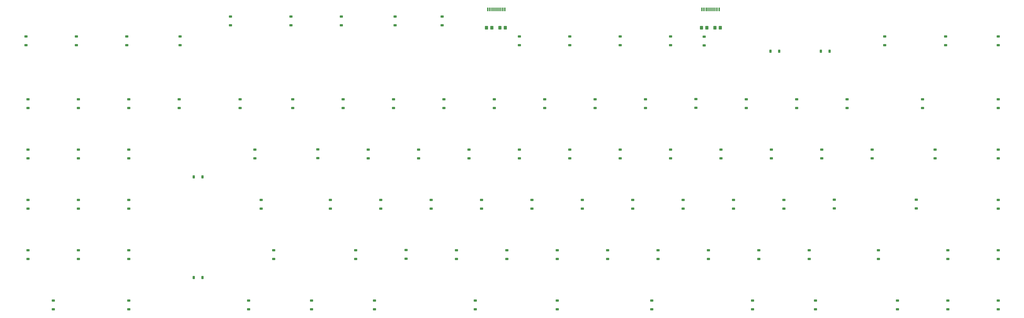
<source format=gbr>
%TF.GenerationSoftware,KiCad,Pcbnew,7.0.1*%
%TF.CreationDate,2023-05-04T08:54:13-07:00*%
%TF.ProjectId,split-kb,73706c69-742d-46b6-922e-6b696361645f,rev?*%
%TF.SameCoordinates,Original*%
%TF.FileFunction,Paste,Bot*%
%TF.FilePolarity,Positive*%
%FSLAX46Y46*%
G04 Gerber Fmt 4.6, Leading zero omitted, Abs format (unit mm)*
G04 Created by KiCad (PCBNEW 7.0.1) date 2023-05-04 08:54:13*
%MOMM*%
%LPD*%
G01*
G04 APERTURE LIST*
G04 Aperture macros list*
%AMRoundRect*
0 Rectangle with rounded corners*
0 $1 Rounding radius*
0 $2 $3 $4 $5 $6 $7 $8 $9 X,Y pos of 4 corners*
0 Add a 4 corners polygon primitive as box body*
4,1,4,$2,$3,$4,$5,$6,$7,$8,$9,$2,$3,0*
0 Add four circle primitives for the rounded corners*
1,1,$1+$1,$2,$3*
1,1,$1+$1,$4,$5*
1,1,$1+$1,$6,$7*
1,1,$1+$1,$8,$9*
0 Add four rect primitives between the rounded corners*
20,1,$1+$1,$2,$3,$4,$5,0*
20,1,$1+$1,$4,$5,$6,$7,0*
20,1,$1+$1,$6,$7,$8,$9,0*
20,1,$1+$1,$8,$9,$2,$3,0*%
G04 Aperture macros list end*
%ADD10RoundRect,0.225000X0.375000X-0.225000X0.375000X0.225000X-0.375000X0.225000X-0.375000X-0.225000X0*%
%ADD11RoundRect,0.225000X0.225000X0.375000X-0.225000X0.375000X-0.225000X-0.375000X0.225000X-0.375000X0*%
%ADD12R,0.600000X1.450000*%
%ADD13R,0.300000X1.450000*%
%ADD14RoundRect,0.225000X-0.225000X-0.375000X0.225000X-0.375000X0.225000X0.375000X-0.225000X0.375000X0*%
%ADD15RoundRect,0.250000X-0.350000X-0.450000X0.350000X-0.450000X0.350000X0.450000X-0.350000X0.450000X0*%
%ADD16RoundRect,0.250000X0.350000X0.450000X-0.350000X0.450000X-0.350000X-0.450000X0.350000X-0.450000X0*%
G04 APERTURE END LIST*
D10*
%TO.C,D41*%
X237331250Y-294481250D03*
X237331250Y-291181250D03*
%TD*%
%TO.C,D53*%
X275431250Y-294543750D03*
X275431250Y-291243750D03*
%TD*%
%TO.C,D83*%
X361156250Y-275493750D03*
X361156250Y-272193750D03*
%TD*%
D11*
%TO.C,D23*%
X160400000Y-263525000D03*
X157100000Y-263525000D03*
%TD*%
D10*
%TO.C,D108*%
X461168750Y-256443750D03*
X461168750Y-253143750D03*
%TD*%
%TO.C,D51*%
X261143750Y-256443750D03*
X261143750Y-253143750D03*
%TD*%
%TO.C,D52*%
X265906250Y-275493750D03*
X265906250Y-272193750D03*
%TD*%
%TO.C,D39*%
X223043750Y-256443750D03*
X223043750Y-253143750D03*
%TD*%
%TO.C,D13*%
X113506250Y-275493750D03*
X113506250Y-272193750D03*
%TD*%
%TO.C,D40*%
X227806250Y-275493750D03*
X227806250Y-272193750D03*
%TD*%
%TO.C,D48*%
X263525000Y-313593750D03*
X263525000Y-310293750D03*
%TD*%
%TO.C,D69*%
X327818750Y-237393750D03*
X327818750Y-234093750D03*
%TD*%
%TO.C,D30*%
X177800000Y-313593750D03*
X177800000Y-310293750D03*
%TD*%
%TO.C,D8*%
X94456250Y-294543750D03*
X94456250Y-291243750D03*
%TD*%
%TO.C,D88*%
X375443750Y-256443750D03*
X375443750Y-253143750D03*
%TD*%
%TO.C,D84*%
X370681250Y-294543750D03*
X370681250Y-291243750D03*
%TD*%
%TO.C,D107*%
X461168750Y-294543750D03*
X461168750Y-291243750D03*
%TD*%
%TO.C,D63*%
X308768750Y-237393750D03*
X308768750Y-234093750D03*
%TD*%
D12*
%TO.C,P2*%
X349175000Y-200101250D03*
X349975000Y-200101250D03*
D13*
X351175000Y-200101250D03*
X352175000Y-200101250D03*
X352675000Y-200101250D03*
X353675000Y-200101250D03*
D12*
X354875000Y-200101250D03*
X355675000Y-200101250D03*
X355675000Y-200101250D03*
X354875000Y-200101250D03*
D13*
X354175000Y-200101250D03*
X353175000Y-200101250D03*
X351675000Y-200101250D03*
X350675000Y-200101250D03*
D12*
X349975000Y-200101250D03*
X349175000Y-200101250D03*
%TD*%
D10*
%TO.C,D92*%
X418306250Y-213581250D03*
X418306250Y-210281250D03*
%TD*%
%TO.C,D59*%
X294481250Y-294543750D03*
X294481250Y-291243750D03*
%TD*%
%TO.C,D31*%
X193833750Y-206120000D03*
X193833750Y-202820000D03*
%TD*%
D12*
%TO.C,P1*%
X268212500Y-200101250D03*
X269012500Y-200101250D03*
D13*
X270212500Y-200101250D03*
X271212500Y-200101250D03*
X271712500Y-200101250D03*
X272712500Y-200101250D03*
D12*
X273912500Y-200101250D03*
X274712500Y-200101250D03*
X274712500Y-200101250D03*
X273912500Y-200101250D03*
D13*
X273212500Y-200101250D03*
X272212500Y-200101250D03*
X270712500Y-200101250D03*
X269712500Y-200101250D03*
D12*
X269012500Y-200101250D03*
X268212500Y-200101250D03*
%TD*%
D10*
%TO.C,D29*%
X187325000Y-294543750D03*
X187325000Y-291243750D03*
%TD*%
%TO.C,D93*%
X404018750Y-237393750D03*
X404018750Y-234093750D03*
%TD*%
%TO.C,D15*%
X131762500Y-213581250D03*
X131762500Y-210281250D03*
%TD*%
%TO.C,D18*%
X132556250Y-275493750D03*
X132556250Y-272193750D03*
%TD*%
%TO.C,D70*%
X318293750Y-256443750D03*
X318293750Y-253143750D03*
%TD*%
%TO.C,D56*%
X270668750Y-237393750D03*
X270668750Y-234093750D03*
%TD*%
%TO.C,D79*%
X392112500Y-313593750D03*
X392112500Y-310293750D03*
%TD*%
%TO.C,D25*%
X170973750Y-206120000D03*
X170973750Y-202820000D03*
%TD*%
%TO.C,D75*%
X346868750Y-237331250D03*
X346868750Y-234031250D03*
%TD*%
%TO.C,D71*%
X323056250Y-275493750D03*
X323056250Y-272193750D03*
%TD*%
%TO.C,D78*%
X351631250Y-294543750D03*
X351631250Y-291243750D03*
%TD*%
%TO.C,D65*%
X304006250Y-275493750D03*
X304006250Y-272193750D03*
%TD*%
%TO.C,D47*%
X256381250Y-294543750D03*
X256381250Y-291243750D03*
%TD*%
%TO.C,D22*%
X151606250Y-237393750D03*
X151606250Y-234093750D03*
%TD*%
%TO.C,D21*%
X151923750Y-213581250D03*
X151923750Y-210281250D03*
%TD*%
%TO.C,D34*%
X208756250Y-275493750D03*
X208756250Y-272193750D03*
%TD*%
%TO.C,D10*%
X112712500Y-213581250D03*
X112712500Y-210281250D03*
%TD*%
%TO.C,D104*%
X461168750Y-237393750D03*
X461168750Y-234093750D03*
%TD*%
%TO.C,D11*%
X113506250Y-237393750D03*
X113506250Y-234093750D03*
%TD*%
%TO.C,D19*%
X132556250Y-294543750D03*
X132556250Y-291243750D03*
%TD*%
%TO.C,D99*%
X432593750Y-237393750D03*
X432593750Y-234093750D03*
%TD*%
%TO.C,D68*%
X337343750Y-213581250D03*
X337343750Y-210281250D03*
%TD*%
%TO.C,D38*%
X213518750Y-237393750D03*
X213518750Y-234093750D03*
%TD*%
%TO.C,D7*%
X94456250Y-275493750D03*
X94456250Y-272193750D03*
%TD*%
%TO.C,D90*%
X389731250Y-294543750D03*
X389731250Y-291243750D03*
%TD*%
D14*
%TO.C,D86*%
X394113750Y-215900000D03*
X397413750Y-215900000D03*
%TD*%
D10*
%TO.C,D32*%
X194468750Y-237393750D03*
X194468750Y-234093750D03*
%TD*%
%TO.C,D6*%
X94456250Y-256443750D03*
X94456250Y-253143750D03*
%TD*%
%TO.C,D54*%
X294481250Y-313593750D03*
X294481250Y-310293750D03*
%TD*%
%TO.C,D35*%
X218281250Y-294543750D03*
X218281250Y-291243750D03*
%TD*%
%TO.C,D103*%
X461168750Y-213581250D03*
X461168750Y-210281250D03*
%TD*%
%TO.C,D46*%
X246856250Y-275493750D03*
X246856250Y-272193750D03*
%TD*%
%TO.C,D97*%
X461168750Y-313593750D03*
X461168750Y-310293750D03*
%TD*%
%TO.C,D105*%
X437356250Y-256443750D03*
X437356250Y-253143750D03*
%TD*%
%TO.C,D33*%
X203993750Y-256381250D03*
X203993750Y-253081250D03*
%TD*%
%TO.C,D44*%
X232568750Y-237393750D03*
X232568750Y-234093750D03*
%TD*%
%TO.C,D42*%
X225425000Y-313593750D03*
X225425000Y-310293750D03*
%TD*%
%TO.C,D60*%
X299243750Y-213581250D03*
X299243750Y-210281250D03*
%TD*%
%TO.C,D61*%
X289718750Y-237393750D03*
X289718750Y-234093750D03*
%TD*%
%TO.C,D73*%
X368300000Y-313593750D03*
X368300000Y-310293750D03*
%TD*%
%TO.C,D72*%
X332581250Y-294543750D03*
X332581250Y-291243750D03*
%TD*%
%TO.C,D87*%
X384968750Y-237393750D03*
X384968750Y-234093750D03*
%TD*%
%TO.C,D36*%
X201612500Y-313593750D03*
X201612500Y-310293750D03*
%TD*%
%TO.C,D9*%
X103981250Y-313593750D03*
X103981250Y-310293750D03*
%TD*%
%TO.C,D43*%
X233203750Y-206120000D03*
X233203750Y-202820000D03*
%TD*%
%TO.C,D26*%
X174625000Y-237393750D03*
X174625000Y-234093750D03*
%TD*%
%TO.C,D64*%
X299243750Y-256443750D03*
X299243750Y-253143750D03*
%TD*%
D11*
%TO.C,D24*%
X160400000Y-301625000D03*
X157100000Y-301625000D03*
%TD*%
D10*
%TO.C,D16*%
X132556250Y-237393750D03*
X132556250Y-234093750D03*
%TD*%
%TO.C,D98*%
X441325000Y-213581250D03*
X441325000Y-210281250D03*
%TD*%
%TO.C,D91*%
X442118750Y-313593750D03*
X442118750Y-310293750D03*
%TD*%
%TO.C,D82*%
X356393750Y-256443750D03*
X356393750Y-253143750D03*
%TD*%
D15*
%TO.C,R7*%
X349043750Y-207010000D03*
X351043750Y-207010000D03*
%TD*%
D10*
%TO.C,D66*%
X313531250Y-294543750D03*
X313531250Y-291243750D03*
%TD*%
%TO.C,D57*%
X280193750Y-256443750D03*
X280193750Y-253143750D03*
%TD*%
%TO.C,D12*%
X113506250Y-256443750D03*
X113506250Y-253143750D03*
%TD*%
%TO.C,D62*%
X318293750Y-213581250D03*
X318293750Y-210281250D03*
%TD*%
%TO.C,D5*%
X94456250Y-237393750D03*
X94456250Y-234093750D03*
%TD*%
%TO.C,D106*%
X461168750Y-275493750D03*
X461168750Y-272193750D03*
%TD*%
%TO.C,D89*%
X380206250Y-275493750D03*
X380206250Y-272193750D03*
%TD*%
%TO.C,D55*%
X280193750Y-213581250D03*
X280193750Y-210281250D03*
%TD*%
%TO.C,D100*%
X413543750Y-256443750D03*
X413543750Y-253143750D03*
%TD*%
%TO.C,D94*%
X394493750Y-256443750D03*
X394493750Y-253143750D03*
%TD*%
%TO.C,D81*%
X365918750Y-237393750D03*
X365918750Y-234093750D03*
%TD*%
%TO.C,D101*%
X430212500Y-275431250D03*
X430212500Y-272131250D03*
%TD*%
%TO.C,D76*%
X337343750Y-256443750D03*
X337343750Y-253143750D03*
%TD*%
%TO.C,D96*%
X415925000Y-294543750D03*
X415925000Y-291243750D03*
%TD*%
%TO.C,D95*%
X399256250Y-275431250D03*
X399256250Y-272131250D03*
%TD*%
%TO.C,D50*%
X251618750Y-237393750D03*
X251618750Y-234093750D03*
%TD*%
%TO.C,D20*%
X132556250Y-313593750D03*
X132556250Y-310293750D03*
%TD*%
D16*
%TO.C,R6*%
X356123750Y-207010000D03*
X354123750Y-207010000D03*
%TD*%
D10*
%TO.C,D37*%
X212883750Y-206120000D03*
X212883750Y-202820000D03*
%TD*%
%TO.C,D102*%
X442118750Y-294543750D03*
X442118750Y-291243750D03*
%TD*%
%TO.C,D77*%
X342106250Y-275493750D03*
X342106250Y-272193750D03*
%TD*%
%TO.C,D67*%
X330200000Y-313593750D03*
X330200000Y-310293750D03*
%TD*%
%TO.C,D49*%
X250983750Y-206120000D03*
X250983750Y-202820000D03*
%TD*%
%TO.C,D28*%
X182562500Y-275493750D03*
X182562500Y-272193750D03*
%TD*%
%TO.C,D17*%
X132556250Y-256443750D03*
X132556250Y-253143750D03*
%TD*%
D15*
%TO.C,R3*%
X267763750Y-207010000D03*
X269763750Y-207010000D03*
%TD*%
D10*
%TO.C,D74*%
X350043750Y-213740000D03*
X350043750Y-210440000D03*
%TD*%
%TO.C,D14*%
X113506250Y-294543750D03*
X113506250Y-291243750D03*
%TD*%
%TO.C,D58*%
X284956250Y-275493750D03*
X284956250Y-272193750D03*
%TD*%
D14*
%TO.C,D80*%
X375063750Y-215900000D03*
X378363750Y-215900000D03*
%TD*%
D10*
%TO.C,D85*%
X423068750Y-313593750D03*
X423068750Y-310293750D03*
%TD*%
%TO.C,D45*%
X242093750Y-256443750D03*
X242093750Y-253143750D03*
%TD*%
%TO.C,D4*%
X93662500Y-213581250D03*
X93662500Y-210281250D03*
%TD*%
%TO.C,D27*%
X180181250Y-256443750D03*
X180181250Y-253143750D03*
%TD*%
D16*
%TO.C,R2*%
X274843750Y-207010000D03*
X272843750Y-207010000D03*
%TD*%
M02*

</source>
